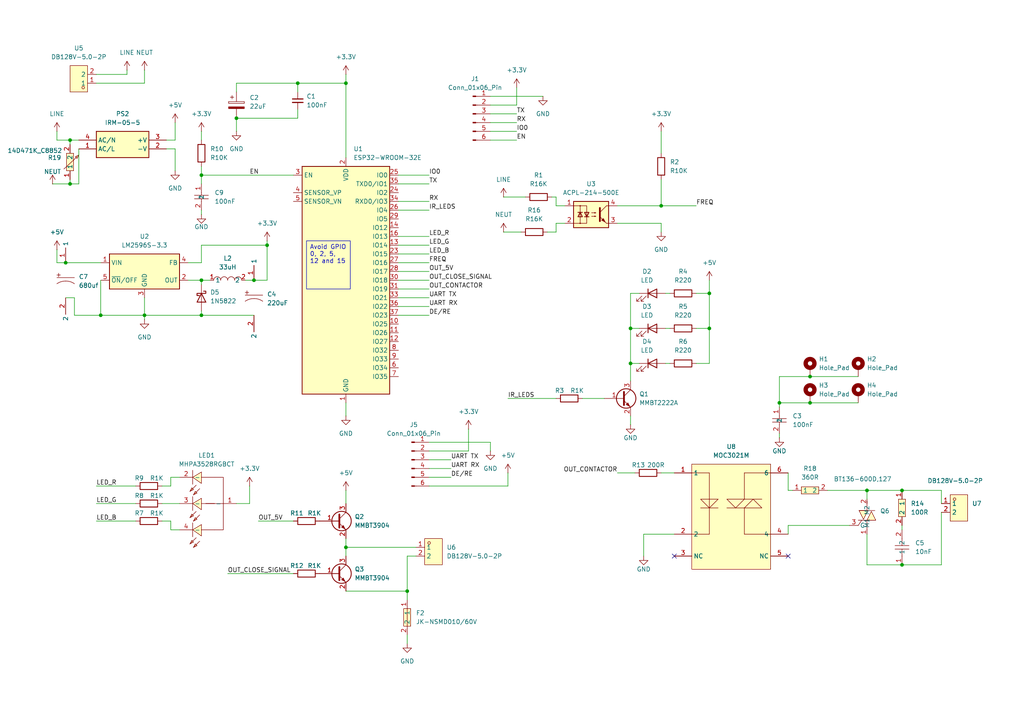
<source format=kicad_sch>
(kicad_sch (version 20231120) (generator "eeschema") (generator_version "8.0")
  (paper "A4")
  (junction (at 234.95 109.22))
  (junction (at 100.33 158.75))
  (junction (at 191.77 59.69))
  (junction (at 86.36 24.13))
  (junction (at 20.32 53.34))
  (junction (at 77.47 71.12))
  (junction (at 58.42 50.8))
  (junction (at 182.88 105.41))
  (junction (at 29.21 91.44))
  (junction (at 68.58 34.29))
  (junction (at 182.88 95.25))
  (junction (at 234.95 116.84))
  (junction (at 41.91 91.44))
  (junction (at 73.66 81.28))
  (junction (at 58.42 81.28))
  (junction (at 251.46 142.24))
  (junction (at 58.42 91.44))
  (junction (at 261.62 142.24))
  (junction (at 205.74 85.09))
  (junction (at 100.33 24.13))
  (junction (at 205.74 95.25))
  (junction (at 226.06 116.84))
  (junction (at 19.05 76.2))
  (junction (at 20.32 40.64))
  (junction (at 261.62 163.83))
  (junction (at 118.11 171.45))
  (no_connect (at 228.6 161.29))
  (no_connect (at 195.58 161.29))
  (wire (pts (xy 124.46 138.43) (xy 130.81 138.43)))
  (wire (pts (xy 52.07 138.43) (xy 49.53 138.43)))
  (wire (pts (xy 161.29 67.31) (xy 161.29 64.77)))
  (wire (pts (xy 273.05 148.59) (xy 273.05 163.83)))
  (wire (pts (xy 100.33 24.13) (xy 86.36 24.13)))
  (wire (pts (xy 115.57 71.12) (xy 124.46 71.12)))
  (wire (pts (xy 228.6 137.16) (xy 228.6 142.24)))
  (wire (pts (xy 182.88 85.09) (xy 182.88 95.25)))
  (wire (pts (xy 46.99 146.05) (xy 52.07 146.05)))
  (wire (pts (xy 179.07 59.69) (xy 191.77 59.69)))
  (wire (pts (xy 68.58 34.29) (xy 68.58 38.1)))
  (wire (pts (xy 46.99 151.13) (xy 49.53 151.13)))
  (wire (pts (xy 19.05 76.2) (xy 29.21 76.2)))
  (wire (pts (xy 205.74 95.25) (xy 205.74 105.41)))
  (wire (pts (xy 100.33 24.13) (xy 100.33 45.72)))
  (wire (pts (xy 100.33 158.75) (xy 100.33 161.29)))
  (wire (pts (xy 182.88 105.41) (xy 185.42 105.41)))
  (wire (pts (xy 41.91 86.36) (xy 41.91 91.44)))
  (wire (pts (xy 27.94 24.13) (xy 41.91 24.13)))
  (wire (pts (xy 142.24 128.27) (xy 142.24 130.81)))
  (wire (pts (xy 72.39 146.05) (xy 68.58 146.05)))
  (wire (pts (xy 86.36 24.13) (xy 86.36 26.67)))
  (wire (pts (xy 100.33 171.45) (xy 118.11 171.45)))
  (wire (pts (xy 124.46 128.27) (xy 142.24 128.27)))
  (wire (pts (xy 142.24 40.64) (xy 149.86 40.64)))
  (wire (pts (xy 201.93 95.25) (xy 205.74 95.25)))
  (wire (pts (xy 147.32 115.57) (xy 161.29 115.57)))
  (wire (pts (xy 205.74 105.41) (xy 201.93 105.41)))
  (wire (pts (xy 191.77 64.77) (xy 191.77 67.31)))
  (wire (pts (xy 72.39 140.97) (xy 72.39 146.05)))
  (wire (pts (xy 118.11 171.45) (xy 118.11 173.99)))
  (wire (pts (xy 251.46 163.83) (xy 261.62 163.83)))
  (wire (pts (xy 27.94 146.05) (xy 39.37 146.05)))
  (wire (pts (xy 115.57 83.82) (xy 124.46 83.82)))
  (wire (pts (xy 74.93 151.13) (xy 85.09 151.13)))
  (wire (pts (xy 58.42 48.26) (xy 58.42 50.8)))
  (wire (pts (xy 50.8 43.18) (xy 50.8 49.53)))
  (wire (pts (xy 29.21 91.44) (xy 41.91 91.44)))
  (wire (pts (xy 161.29 57.15) (xy 160.02 57.15)))
  (wire (pts (xy 185.42 85.09) (xy 182.88 85.09)))
  (wire (pts (xy 205.74 81.28) (xy 205.74 85.09)))
  (wire (pts (xy 58.42 50.8) (xy 58.42 53.34)))
  (wire (pts (xy 161.29 59.69) (xy 163.83 59.69)))
  (wire (pts (xy 115.57 81.28) (xy 124.46 81.28)))
  (wire (pts (xy 54.61 81.28) (xy 58.42 81.28)))
  (wire (pts (xy 261.62 142.24) (xy 273.05 142.24)))
  (wire (pts (xy 27.94 151.13) (xy 39.37 151.13)))
  (wire (pts (xy 186.69 154.94) (xy 186.69 161.29)))
  (wire (pts (xy 118.11 184.15) (xy 118.11 186.69)))
  (wire (pts (xy 20.32 52.07) (xy 20.32 53.34)))
  (wire (pts (xy 191.77 59.69) (xy 191.77 52.07)))
  (wire (pts (xy 146.05 67.31) (xy 151.13 67.31)))
  (wire (pts (xy 124.46 133.35) (xy 130.81 133.35)))
  (wire (pts (xy 66.04 166.37) (xy 85.09 166.37)))
  (wire (pts (xy 100.33 116.84) (xy 100.33 120.65)))
  (wire (pts (xy 273.05 146.05) (xy 273.05 142.24)))
  (wire (pts (xy 193.04 95.25) (xy 194.31 95.25)))
  (wire (pts (xy 201.93 85.09) (xy 205.74 85.09)))
  (wire (pts (xy 240.03 142.24) (xy 251.46 142.24)))
  (wire (pts (xy 228.6 152.4) (xy 228.6 154.94)))
  (wire (pts (xy 115.57 60.96) (xy 124.46 60.96)))
  (wire (pts (xy 115.57 73.66) (xy 124.46 73.66)))
  (wire (pts (xy 58.42 50.8) (xy 85.09 50.8)))
  (wire (pts (xy 226.06 109.22) (xy 226.06 116.84)))
  (wire (pts (xy 20.32 40.64) (xy 22.86 40.64)))
  (wire (pts (xy 142.24 30.48) (xy 149.86 30.48)))
  (wire (pts (xy 21.59 91.44) (xy 29.21 91.44)))
  (wire (pts (xy 124.46 140.97) (xy 147.32 140.97)))
  (wire (pts (xy 115.57 78.74) (xy 124.46 78.74)))
  (wire (pts (xy 58.42 91.44) (xy 41.91 91.44)))
  (wire (pts (xy 142.24 27.94) (xy 157.48 27.94)))
  (wire (pts (xy 58.42 82.55) (xy 58.42 81.28)))
  (wire (pts (xy 135.89 124.46) (xy 135.89 130.81)))
  (wire (pts (xy 118.11 161.29) (xy 118.11 171.45)))
  (wire (pts (xy 16.51 72.39) (xy 16.51 76.2)))
  (wire (pts (xy 27.94 140.97) (xy 39.37 140.97)))
  (wire (pts (xy 77.47 71.12) (xy 77.47 81.28)))
  (wire (pts (xy 100.33 158.75) (xy 120.65 158.75)))
  (wire (pts (xy 115.57 50.8) (xy 124.46 50.8)))
  (wire (pts (xy 149.86 30.48) (xy 149.86 25.4)))
  (wire (pts (xy 41.91 91.44) (xy 41.91 92.71)))
  (wire (pts (xy 21.59 86.36) (xy 21.59 91.44)))
  (wire (pts (xy 251.46 142.24) (xy 261.62 142.24)))
  (wire (pts (xy 100.33 156.21) (xy 100.33 158.75)))
  (wire (pts (xy 182.88 95.25) (xy 182.88 105.41)))
  (wire (pts (xy 50.8 40.64) (xy 50.8 35.56)))
  (wire (pts (xy 115.57 76.2) (xy 124.46 76.2)))
  (wire (pts (xy 168.91 115.57) (xy 175.26 115.57)))
  (wire (pts (xy 228.6 152.4) (xy 246.38 152.4)))
  (wire (pts (xy 182.88 95.25) (xy 185.42 95.25)))
  (wire (pts (xy 58.42 71.12) (xy 77.47 71.12)))
  (wire (pts (xy 58.42 90.17) (xy 58.42 91.44)))
  (wire (pts (xy 49.53 153.67) (xy 49.53 151.13)))
  (wire (pts (xy 152.4 57.15) (xy 146.05 57.15)))
  (wire (pts (xy 58.42 38.1) (xy 58.42 40.64)))
  (wire (pts (xy 58.42 81.28) (xy 60.96 81.28)))
  (wire (pts (xy 226.06 116.84) (xy 234.95 116.84)))
  (wire (pts (xy 261.62 163.83) (xy 273.05 163.83)))
  (wire (pts (xy 54.61 76.2) (xy 58.42 76.2)))
  (wire (pts (xy 115.57 86.36) (xy 124.46 86.36)))
  (wire (pts (xy 182.88 120.65) (xy 182.88 123.19)))
  (wire (pts (xy 41.91 20.32) (xy 41.91 24.13)))
  (wire (pts (xy 161.29 64.77) (xy 163.83 64.77)))
  (wire (pts (xy 77.47 69.85) (xy 77.47 71.12)))
  (wire (pts (xy 16.51 76.2) (xy 19.05 76.2)))
  (wire (pts (xy 115.57 58.42) (xy 124.46 58.42)))
  (wire (pts (xy 142.24 33.02) (xy 149.86 33.02)))
  (wire (pts (xy 68.58 24.13) (xy 86.36 24.13)))
  (wire (pts (xy 115.57 68.58) (xy 124.46 68.58)))
  (wire (pts (xy 124.46 135.89) (xy 130.81 135.89)))
  (wire (pts (xy 16.51 40.64) (xy 20.32 40.64)))
  (wire (pts (xy 124.46 130.81) (xy 135.89 130.81)))
  (wire (pts (xy 191.77 59.69) (xy 201.93 59.69)))
  (wire (pts (xy 191.77 137.16) (xy 195.58 137.16)))
  (wire (pts (xy 226.06 127) (xy 226.06 125.73)))
  (wire (pts (xy 115.57 91.44) (xy 124.46 91.44)))
  (wire (pts (xy 15.24 53.34) (xy 20.32 53.34)))
  (wire (pts (xy 20.32 40.64) (xy 20.32 41.91)))
  (wire (pts (xy 193.04 85.09) (xy 194.31 85.09)))
  (wire (pts (xy 73.66 91.44) (xy 58.42 91.44)))
  (wire (pts (xy 16.51 38.1) (xy 16.51 40.64)))
  (wire (pts (xy 20.32 53.34) (xy 22.86 53.34)))
  (wire (pts (xy 86.36 31.75) (xy 86.36 34.29)))
  (wire (pts (xy 48.26 43.18) (xy 50.8 43.18)))
  (wire (pts (xy 22.86 43.18) (xy 22.86 53.34)))
  (wire (pts (xy 193.04 105.41) (xy 194.31 105.41)))
  (wire (pts (xy 205.74 85.09) (xy 205.74 95.25)))
  (wire (pts (xy 251.46 142.24) (xy 251.46 144.78)))
  (wire (pts (xy 58.42 62.23) (xy 58.42 60.96)))
  (wire (pts (xy 73.66 81.28) (xy 77.47 81.28)))
  (wire (pts (xy 27.94 21.59) (xy 36.83 21.59)))
  (wire (pts (xy 115.57 88.9) (xy 124.46 88.9)))
  (wire (pts (xy 68.58 34.29) (xy 86.36 34.29)))
  (wire (pts (xy 142.24 38.1) (xy 149.86 38.1)))
  (wire (pts (xy 48.26 40.64) (xy 50.8 40.64)))
  (wire (pts (xy 36.83 20.32) (xy 36.83 21.59)))
  (wire (pts (xy 226.06 116.84) (xy 226.06 118.11)))
  (wire (pts (xy 179.07 64.77) (xy 191.77 64.77)))
  (wire (pts (xy 191.77 38.1) (xy 191.77 44.45)))
  (wire (pts (xy 142.24 35.56) (xy 149.86 35.56)))
  (wire (pts (xy 158.75 67.31) (xy 161.29 67.31)))
  (wire (pts (xy 29.21 81.28) (xy 29.21 91.44)))
  (wire (pts (xy 49.53 138.43) (xy 49.53 140.97)))
  (wire (pts (xy 100.33 142.24) (xy 100.33 146.05)))
  (wire (pts (xy 179.07 137.16) (xy 184.15 137.16)))
  (wire (pts (xy 234.95 116.84) (xy 248.92 116.84)))
  (wire (pts (xy 115.57 53.34) (xy 124.46 53.34)))
  (wire (pts (xy 161.29 57.15) (xy 161.29 59.69)))
  (wire (pts (xy 46.99 140.97) (xy 49.53 140.97)))
  (wire (pts (xy 147.32 137.16) (xy 147.32 140.97)))
  (wire (pts (xy 100.33 21.59) (xy 100.33 24.13)))
  (wire (pts (xy 261.62 152.4) (xy 261.62 153.67)))
  (wire (pts (xy 228.6 142.24) (xy 229.87 142.24)))
  (wire (pts (xy 234.95 109.22) (xy 248.92 109.22)))
  (wire (pts (xy 234.95 109.22) (xy 226.06 109.22)))
  (wire (pts (xy 71.12 81.28) (xy 73.66 81.28)))
  (wire (pts (xy 58.42 76.2) (xy 58.42 71.12)))
  (wire (pts (xy 195.58 154.94) (xy 186.69 154.94)))
  (wire (pts (xy 251.46 154.94) (xy 251.46 163.83)))
  (wire (pts (xy 182.88 105.41) (xy 182.88 110.49)))
  (wire (pts (xy 19.05 86.36) (xy 21.59 86.36)))
  (wire (pts (xy 118.11 161.29) (xy 120.65 161.29)))
  (wire (pts (xy 68.58 26.67) (xy 68.58 24.13)))
  (wire (pts (xy 52.07 153.67) (xy 49.53 153.67)))
  (text_box "Avoid GPIO 0, 2, 5, 12 and 15" (at 88.9 69.85 0) (size 12.7 13.97) (effects (font (size 1.27 1.27)) (justify left top)))
  (label "LED_G" (at 124.46 71.12 0))
  (label "OUT_CLOSE_SIGNAL" (at 66.04 166.37 0))
  (label "UART RX" (at 124.46 88.9 0))
  (label "UART RX" (at 130.81 135.89 0))
  (label "OUT_5V" (at 74.93 151.13 0))
  (label "TX" (at 149.86 33.02 0))
  (label "IR_LEDS" (at 124.46 60.96 0))
  (label "LED_R" (at 124.46 68.58 0))
  (label "UART TX" (at 124.46 86.36 0))
  (label "IR_LEDS" (at 147.32 115.57 0))
  (label "OUT_5V" (at 124.46 78.74 0))
  (label "LED_B" (at 124.46 73.66 0))
  (label "RX" (at 149.86 35.56 0))
  (label "EN" (at 149.86 40.64 0))
  (label "UART TX" (at 130.81 133.35 0))
  (label "TX" (at 124.46 53.34 0))
  (label "DE{slash}RE" (at 124.46 91.44 0))
  (label "LED_G" (at 27.94 146.05 0))
  (label "LED_R" (at 27.94 140.97 0))
  (label "OUT_CONTACTOR" (at 179.07 137.16 180))
  (label "DE{slash}RE" (at 130.81 138.43 0))
  (label "RX" (at 124.46 58.42 0))
  (label "FREQ" (at 201.93 59.69 0))
  (label "IO0" (at 149.86 38.1 0))
  (label "OUT_CONTACTOR" (at 124.46 83.82 0))
  (label "OUT_CLOSE_SIGNAL" (at 124.46 81.28 0))
  (label "IO0" (at 124.46 50.8 0))
  (label "EN" (at 72.39 50.8 0))
  (label "LED_B" (at 27.94 151.13 0))
  (label "FREQ" (at 124.46 76.2 0))
  (symbol (lib_id "Device:R") (at 198.12 85.09 90) (unit 1)
    (property "Reference" "R4" (at 198.12 78.74 90))
    (property "Value" "R220" (at 198.12 81.28 90))
    (property "Footprint" "Resistor_SMD:R_0402_1005Metric_Pad0.72x0.64mm_HandSolder" (effects (hide yes)))
    (property "Datasheet" "https://www.lcsc.com/product-detail/Chip-Resistor-Surface-Mount_UNI-ROYAL-Uniroyal-Elec-0402WGF2200TCE_C25091.html" (effects (hide yes)))
    (property "Description" "Resistor" (effects (hide yes)))
    (property "LCSC Part" " C25091" (effects (hide yes)))
  )
  (symbol (lib_id "easyeda2kicad:KF681M010F115A") (at 19.05 81.28 0) (unit 1)
    (property "Reference" "C7" (at 22.86 80.2639 0) (effects (justify left)))
    (property "Value" "680uf" (at 22.86 82.8039 0) (effects (justify left)))
    (property "Footprint" "easyeda2kicad:CAP-TH_BD8.0-P3.50-D0.6-FD" (effects (hide yes)))
    (property "Datasheet" "https://lcsc.com/product-detail/Aluminum-Electrolytic-Capacitors-Leaded_680uF-10V-Short-legsC3-6mm_C89787.html" (effects (hide yes)))
    (property "LCSC Part" "C89787" (effects (hide yes)))
  )
  (symbol (lib_id "easyeda2kicad:RDER73A103K2K1H03B") (at 261.62 158.75 90) (unit 1)
    (property "Reference" "C5" (at 265.43 157.4799 90) (effects (justify right)))
    (property "Value" "10nF" (at 265.43 160.0199 90) (effects (justify right)))
    (property "Footprint" "easyeda2kicad:CAP-TH_L5.5-W3.2-P5.00-D1.0" (effects (hide yes)))
    (property "Datasheet" "https://lcsc.com/product-detail/Ceramic-Disc-Capacitors_MuRata_RDER73A103K2K1H03B_10nF-103-10-1000V_C162686.html" (effects (hide yes)))
    (property "LCSC Part" "C162686" (effects (hide yes)))
  )
  (symbol (lib_id "power:GND") (at 142.24 130.81 0) (unit 1)
    (property "Reference" "#PWR027" (effects (hide yes)))
    (property "Value" "GND" (at 142.24 135.89 0))
    (property "Description" "Power symbol creates a global label with name \"GND\" , ground" (effects (hide yes)))
  )
  (symbol (lib_id "Device:LED") (at 189.23 105.41 0) (unit 1)
    (property "Reference" "D4" (at 187.6425 99.06 0))
    (property "Value" "LED" (at 187.6425 101.6 0))
    (property "Footprint" "LED_THT:LED_D5.0mm" (effects (hide yes)))
    (property "Datasheet" "https://www.lcsc.com/product-detail/Infrared-IR-LEDs_Everlight-Elec-IR333C-H0-L10_C72053.html" (effects (hide yes)))
    (property "Description" "Light emitting diode" (effects (hide yes)))
    (property "LCSC Part" " C72053" (effects (hide yes)))
  )
  (symbol (lib_id "Device:C_Small") (at 86.36 29.21 0) (unit 1)
    (property "Reference" "C1" (at 88.9 27.9462 0) (effects (justify left)))
    (property "Value" "100nF" (at 88.9 30.4862 0) (effects (justify left)))
    (property "Footprint" "Capacitor_SMD:C_0402_1005Metric_Pad0.74x0.62mm_HandSolder" (effects (hide yes)))
    (property "Description" "Unpolarized capacitor, small symbol" (effects (hide yes)))
    (property "LCSC Part" "C41851" (effects (hide yes)))
  )
  (symbol (lib_id "Device:R") (at 156.21 57.15 90) (unit 1)
    (property "Reference" "R1" (at 156.21 50.8 90))
    (property "Value" "R16K" (at 156.21 53.34 90))
    (property "Footprint" "Resistor_SMD:R_2512_6332Metric_Pad1.40x3.35mm_HandSolder" (effects (hide yes)))
    (property "Datasheet" "https://www.lcsc.com/product-detail/Chip-Resistor-Surface-Mount_UNI-ROYAL-Uniroyal-Elec-0402WGF1602TCE_C25759.html" (effects (hide yes)))
    (property "Description" "Resistor" (effects (hide yes)))
    (property "LCSC Part" " C25759" (effects (hide yes)))
  )
  (symbol (lib_id "power:GND") (at 50.8 49.53 0) (unit 1)
    (property "Reference" "#PWR07" (effects (hide yes)))
    (property "Value" "GND" (at 50.8 54.61 0))
    (property "Description" "Power symbol creates a global label with name \"GND\" , ground" (effects (hide yes)))
  )
  (symbol (lib_id "Mechanical:MountingHole_Pad") (at 234.95 114.3 0) (unit 1) (exclude_from_sim yes) (in_bom no)
    (property "Reference" "H3" (at 237.49 111.7599 0) (effects (justify left)))
    (property "Value" "Hole_Pad" (at 237.49 114.2999 0) (effects (justify left)))
    (property "Footprint" "MountingHole:MountingHole_3.2mm_M3_Pad_Via" (effects (hide yes)))
    (property "Description" "Mounting Hole with connection" (effects (hide yes)))
  )
  (symbol (lib_id "easyeda2kicad:MOC3021M") (at 212.09 146.05 0) (unit 1)
    (property "Reference" "U8" (at 212.09 129.54 0))
    (property "Value" "MOC3021M" (at 212.09 132.08 0))
    (property "Footprint" "easyeda2kicad:DIP-6_L7.3-W6.5-P2.54-LS7.6-BL" (effects (hide yes)))
    (property "Datasheet" "https://lcsc.com/product-detail/DIP-Optocouplers_FAIRCHILD_MOC3021M_MOC3021M_C5242.html" (effects (hide yes)))
    (property "LCSC Part" "C5242" (effects (hide yes)))
  )
  (symbol (lib_id "power:+5V") (at 100.33 142.24 0) (unit 1)
    (property "Reference" "#PWR025" (effects (hide yes)))
    (property "Value" "+5V" (at 100.33 137.16 0))
    (property "Description" "Power symbol creates a global label with name \"+5V\"" (effects (hide yes)))
  )
  (symbol (lib_id "Device:C_Polarized") (at 68.58 30.48 0) (unit 1)
    (property "Reference" "C2" (at 72.39 28.3209 0) (effects (justify left)))
    (property "Value" "22uF" (at 72.39 30.8609 0) (effects (justify left)))
    (property "Footprint" "Capacitor_SMD:C_1206_3216Metric_Pad1.33x1.80mm_HandSolder" (effects (hide yes)))
    (property "Datasheet" "https://www.lcsc.com/product-detail/Tantalum-Capacitors_Vishay-Intertech-TMCMA1C226MTRF_C1953590.html" (effects (hide yes)))
    (property "Description" "Polarized capacitor" (effects (hide yes)))
    (property "LCSC Part" "C1953590" (effects (hide yes)))
  )
  (symbol (lib_id "Device:LED") (at 189.23 95.25 0) (unit 1)
    (property "Reference" "D3" (at 187.6425 88.9 0))
    (property "Value" "LED" (at 187.6425 91.44 0))
    (property "Footprint" "LED_THT:LED_D5.0mm" (effects (hide yes)))
    (property "Datasheet" "https://www.lcsc.com/product-detail/Infrared-IR-LEDs_onsemi-QED223A4R0_C900118.html" (effects (hide yes)))
    (property "Description" "Light emitting diode" (effects (hide yes)))
    (property "LCSC Part" " C900118" (effects (hide yes)))
  )
  (symbol (lib_id "easyeda2kicad:BT136-600D,127") (at 250.19 149.86 270) (unit 1)
    (property "Reference" "Q6" (at 255.27 148.2099 90) (effects (justify left)))
    (property "Value" "BT136-600D,127" (at 241.808 138.938 90) (effects (justify left)))
    (property "Footprint" "easyeda2kicad:TO-220-3_L10.0-W4.5-P2.54-T" (effects (hide yes)))
    (property "Datasheet" "https://lcsc.com/product-detail/Thyristors-TRIACs_BT136-600D-127_C130426.html" (effects (hide yes)))
    (property "LCSC Part" "C130426" (effects (hide yes)))
  )
  (symbol (lib_id "power:GND") (at 226.06 127 0) (unit 1)
    (property "Reference" "#PWR030" (effects (hide yes)))
    (property "Value" "GND" (at 226.06 130.81 0))
    (property "Description" "Power symbol creates a global label with name \"GND\" , ground" (effects (hide yes)))
  )
  (symbol (lib_id "power:GND") (at 186.69 161.29 0) (unit 1)
    (property "Reference" "#PWR026" (effects (hide yes)))
    (property "Value" "GND" (at 186.69 165.1 0))
    (property "Description" "Power symbol creates a global label with name \"GND\" , ground" (effects (hide yes)))
  )
  (symbol (lib_id "power:+3.3V") (at 72.39 140.97 0) (unit 1)
    (property "Reference" "#PWR022" (effects (hide yes)))
    (property "Value" "+3.3V" (at 72.39 135.89 0))
    (property "Description" "Power symbol creates a global label with name \"+3.3V\"" (effects (hide yes)))
  )
  (symbol (lib_id "power:GND") (at 41.91 92.71 0) (unit 1)
    (property "Reference" "#PWR06" (effects (hide yes)))
    (property "Value" "GND" (at 41.91 97.79 0))
    (property "Description" "Power symbol creates a global label with name \"GND\" , ground" (effects (hide yes)))
  )
  (symbol (lib_id "easyeda2kicad:MF1W-100Ω±1%T") (at 234.95 142.24 0) (unit 1)
    (property "Reference" "R18" (at 234.95 135.89 0))
    (property "Value" "360R" (at 234.95 138.43 0))
    (property "Footprint" "Resistor_THT:R_Axial_DIN0309_L9.0mm_D3.2mm_P15.24mm_Horizontal" (effects (hide yes)))
    (property "Datasheet" "https://www.lcsc.com/product-detail/Through-Hole-Resistors_UNI-ROYAL-Uniroyal-Elec-CFR01SJ0361A10_C70839.html" (effects (hide yes)))
    (property "LCSC Part" " C70839" (effects (hide yes)))
  )
  (symbol (lib_id "power:NEUT") (at 41.91 20.32 0) (unit 1)
    (property "Reference" "#PWR021" (effects (hide yes)))
    (property "Value" "NEUT" (at 41.91 15.24 0))
    (property "Description" "Power symbol creates a global label with name \"NEUT\"" (effects (hide yes)))
  )
  (symbol (lib_id "power:GND") (at 191.77 67.31 0) (unit 1)
    (property "Reference" "#PWR015" (effects (hide yes)))
    (property "Value" "GND" (at 191.77 72.39 0))
    (property "Description" "Power symbol creates a global label with name \"GND\" , ground" (effects (hide yes)))
  )
  (symbol (lib_id "power:+3.3V") (at 191.77 38.1 0) (unit 1)
    (property "Reference" "#PWR014" (effects (hide yes)))
    (property "Value" "+3.3V" (at 191.77 33.02 0))
    (property "Description" "Power symbol creates a global label with name \"+3.3V\"" (effects (hide yes)))
  )
  (symbol (lib_id "easyeda2kicad:KF1A221ME050A00CE016") (at 73.66 86.36 0) (unit 1)
    (property "Reference" "C4" (at 77.47 85.3439 0) (effects (justify left)))
    (property "Value" "220uF" (at 77.47 87.8839 0) (effects (justify left)))
    (property "Footprint" "easyeda2kicad:CAP-TH_BD6.3-P2.50-D1.0-FD" (effects (hide yes)))
    (property "Datasheet" "https://lcsc.com/product-detail/Others_Changzhou-Huawei-Elec-KF1A221ME050A00CE016_C271305.html" (effects (hide yes)))
    (property "LCSC Part" "C271305" (effects (hide yes)))
  )
  (symbol (lib_id "Device:R") (at 191.77 48.26 0) (unit 1)
    (property "Reference" "R2" (at 194.31 46.9899 0) (effects (justify left)))
    (property "Value" "R10K" (at 194.31 49.5299 0) (effects (justify left)))
    (property "Footprint" "Resistor_SMD:R_0402_1005Metric_Pad0.72x0.64mm_HandSolder" (effects (hide yes)))
    (property "Datasheet" "https://www.lcsc.com/product-detail/Chip-Resistor-Surface-Mount_YAGEO-RT0402BRD0710KL_C190095.html" (effects (hide yes)))
    (property "Description" "Resistor" (effects (hide yes)))
    (property "LCSC Part" "C190095" (effects (hide yes)))
  )
  (symbol (lib_id "power:GND") (at 58.42 62.23 0) (unit 1)
    (property "Reference" "#PWR018" (effects (hide yes)))
    (property "Value" "GND" (at 58.42 65.786 0))
    (property "Description" "Power symbol creates a global label with name \"GND\" , ground" (effects (hide yes)))
  )
  (symbol (lib_id "easyeda2kicad:DB128V-5.0-2P") (at 22.86 22.86 180) (unit 1)
    (property "Reference" "U5" (at 22.86 13.97 0))
    (property "Value" "DB128V-5.0-2P" (at 22.86 16.51 0))
    (property "Footprint" "easyeda2kicad:CONN-TH_2P-P5.00_DB128V-5.0-2P" (effects (hide yes)))
    (property "Datasheet" "https://lcsc.com/product-detail/Screw-terminal_DIBO-DB128V-5-0-2P_C395860.html" (effects (hide yes)))
    (property "LCSC Part" "C395860" (effects (hide yes)))
  )
  (symbol (lib_id "power:LINE") (at 146.05 57.15 0) (unit 1)
    (property "Reference" "#PWR012" (effects (hide yes)))
    (property "Value" "LINE" (at 146.05 52.07 0))
    (property "Description" "Power symbol creates a global label with name \"LINE\"" (effects (hide yes)))
  )
  (symbol (lib_id "Device:R") (at 187.96 137.16 90) (unit 1)
    (property "Reference" "R13" (at 185.166 134.874 90))
    (property "Value" "200R" (at 190.246 134.874 90))
    (property "Footprint" "Resistor_SMD:R_0402_1005Metric_Pad0.72x0.64mm_HandSolder" (effects (hide yes)))
    (property "Datasheet" "https://www.lcsc.com/product-detail/Chip-Resistor-Surface-Mount_UNI-ROYAL-Uniroyal-Elec-0402WGF2000TCE_C25087.html" (effects (hide yes)))
    (property "Description" "Resistor" (effects (hide yes)))
    (property "LCSC Part" " C25087" (effects (hide yes)))
  )
  (symbol (lib_id "power:GND") (at 157.48 27.94 0) (unit 1)
    (property "Reference" "#PWR023" (effects (hide yes)))
    (property "Value" "GND" (at 157.48 33.02 0))
    (property "Description" "Power symbol creates a global label with name \"GND\" , ground" (effects (hide yes)))
  )
  (symbol (lib_id "easyeda2kicad:0402B104K160NT") (at 226.06 121.92 270) (unit 1)
    (property "Reference" "C3" (at 229.87 120.6499 90) (effects (justify left)))
    (property "Value" "100nF" (at 229.87 123.1899 90) (effects (justify left)))
    (property "Footprint" "easyeda2kicad:C0402" (effects (hide yes)))
    (property "Datasheet" "https://lcsc.com/product-detail/Multilayer-Ceramic-Capacitors-MLCC-SMD-SMT_100nF-104-10-16V_C41851.html" (effects (hide yes)))
    (property "LCSC Part" "C41851" (effects (hide yes)))
  )
  (symbol (lib_id "Device:R") (at 165.1 115.57 90) (unit 1)
    (property "Reference" "R3" (at 162.306 113.284 90))
    (property "Value" "R1K" (at 167.386 113.284 90))
    (property "Footprint" "Resistor_SMD:R_0402_1005Metric_Pad0.72x0.64mm_HandSolder" (effects (hide yes)))
    (property "Datasheet" "https://www.lcsc.com/product-detail/Chip-Resistor-Surface-Mount_Viking-Tech-ARG02BTC1001_C2984405.html" (effects (hide yes)))
    (property "Description" "Resistor" (effects (hide yes)))
    (property "LCSC Part" "C2984405" (effects (hide yes)))
  )
  (symbol (lib_id "power:NEUT") (at 146.05 67.31 0) (unit 1)
    (property "Reference" "#PWR013" (effects (hide yes)))
    (property "Value" "NEUT" (at 146.05 62.23 0))
    (property "Description" "Power symbol creates a global label with name \"NEUT\"" (effects (hide yes)))
  )
  (symbol (lib_id "easyeda2kicad:MF1W-100Ω±1%T") (at 261.62 147.32 270) (unit 1)
    (property "Reference" "R14" (at 264.16 146.0499 90) (effects (justify left)))
    (property "Value" "100R" (at 264.16 148.5899 90) (effects (justify left)))
    (property "Footprint" "Resistor_THT:R_Axial_DIN0309_L9.0mm_D3.2mm_P15.24mm_Horizontal" (effects (hide yes)))
    (property "Datasheet" "https://lcsc.com/product-detail/Metal-Film-Resistor-TH_100R-1000-1_C119469.html" (effects (hide yes)))
    (property "LCSC Part" "C119469" (effects (hide yes)))
  )
  (symbol (lib_id "power:+5V") (at 16.51 72.39 0) (unit 1)
    (property "Reference" "#PWR08" (effects (hide yes)))
    (property "Value" "+5V" (at 16.51 67.31 0))
    (property "Description" "Power symbol creates a global label with name \"+5V\"" (effects (hide yes)))
  )
  (symbol (lib_id "power:LINE") (at 36.83 20.32 0) (unit 1)
    (property "Reference" "#PWR020" (effects (hide yes)))
    (property "Value" "LINE" (at 36.83 15.24 0))
    (property "Description" "Power symbol creates a global label with name \"LINE\"" (effects (hide yes)))
  )
  (symbol (lib_id "Connector:Conn_01x06_Pin") (at 137.16 33.02 0) (unit 1)
    (property "Reference" "J1" (at 137.795 22.86 0))
    (property "Value" "Conn_01x06_Pin" (at 137.795 25.4 0))
    (property "Footprint" "Connector_PinSocket_2.54mm:PinSocket_1x06_P2.54mm_Vertical" (effects (hide yes)))
    (property "Datasheet" "https://www.lcsc.com/product-detail/Female-Headers_BOOMELE-Boom-Precision-Elec-2-54-1-6P_C40877.html" (effects (hide yes)))
    (property "Description" "Generic connector, single row, 01x06, script generated" (effects (hide yes)))
    (property "LCSC Part" "C40877" (effects (hide yes)))
  )
  (symbol (lib_id "easyeda2kicad:MDA7050-330M") (at 66.04 81.28 0) (unit 1)
    (property "Reference" "L2" (at 66.04 74.93 0))
    (property "Value" "33uH" (at 66.04 77.47 0))
    (property "Footprint" "easyeda2kicad:IND-SMD_L7.3-W6.6" (effects (hide yes)))
    (property "Datasheet" "https://www.lcsc.com/product-detail/Inductors-SMD_KOHERelec-MDA7050-330M_C2847546.html" (effects (hide yes)))
    (property "LCSC Part" "C2847546" (effects (hide yes)))
  )
  (symbol (lib_id "Regulator_Switching:LM2596S-3.3") (at 41.91 78.74 0) (unit 1)
    (property "Reference" "U2" (at 41.91 68.58 0))
    (property "Value" "LM2596S-3.3" (at 41.91 71.12 0))
    (property "Footprint" "Package_TO_SOT_SMD:TO-263-5_TabPin3" (effects (hide yes)))
    (property "Datasheet" "https://www.lcsc.com/product-detail/Voltage-Regulators-DC-DC-Switching-Regulators_UMW-Youtai-Semiconductor-Co-Ltd-LM2596S-3-3_C347420.html" (effects (hide yes)))
    (property "Description" "3.3V 3A Step-Down Voltage Regulator, TO-263" (effects (hide yes)))
    (property "LCSC Part" " C347420" (effects (hide yes)))
  )
  (symbol (lib_id "Transistor_BJT:MMBT3904") (at 97.79 151.13 0) (unit 1)
    (property "Reference" "Q2" (at 102.87 149.8599 0) (effects (justify left)))
    (property "Value" "MMBT3904" (at 102.87 152.3999 0) (effects (justify left)))
    (property "Footprint" "Package_TO_SOT_SMD:SOT-23" (effects (hide yes)))
    (property "Datasheet" "https://www.onsemi.com/pdf/datasheet/pzt3904-d.pdf" (effects (hide yes)))
    (property "Description" "0.2A Ic, 40V Vce, Small Signal NPN Transistor, SOT-23" (effects (hide yes)))
    (property "LCSC Part" " C181119" (effects (hide yes)))
  )
  (symbol (lib_id "IRM-05-5:IRM-05-5") (at 22.86 40.64 0) (unit 1)
    (property "Reference" "PS2" (at 35.56 33.02 0))
    (property "Value" "IRM-05-5" (at 35.56 35.56 0))
    (property "Footprint" "IRM055" (effects (hide yes)))
    (property "Datasheet" "https://www.mouser.fr/datasheet/2/260/r1936_3-1109422.pdf" (effects (hide yes)))
    (property "Description" "5W Single Output Encapsulated Type" (effects (hide yes)))
    (property "Height" "21.5" (effects (hide yes)))
    (property "Manufacturer_Name" "Mean Well" (effects (hide yes)))
    (property "Manufacturer_Part_Number" "IRM-05-5" (effects (hide yes)))
    (property "Mouser Part Number" "709-IRM05-5" (effects (hide yes)))
    (property "Mouser Price/Stock" "https://www.mouser.co.uk/ProductDetail/MEAN-WELL/IRM-05-5?qs=WkdRfq4wf1OdYoHS8Am9VA%3D%3D" (effects (hide yes)))
    (property "Arrow Part Number" "IRM-05-5" (effects (hide yes)))
    (property "Arrow Price/Stock" "https://www.arrow.com/en/products/irm-05-5/mean-well-enterprises?region=europe" (effects (hide yes)))
  )
  (symbol (lib_id "Mechanical:MountingHole_Pad") (at 248.92 106.68 0) (unit 1) (exclude_from_sim yes) (in_bom no)
    (property "Reference" "H2" (at 251.46 104.1399 0) (effects (justify left)))
    (property "Value" "Hole_Pad" (at 251.46 106.6799 0) (effects (justify left)))
    (property "Footprint" "MountingHole:MountingHole_3.2mm_M3_Pad_Via" (effects (hide yes)))
    (property "Description" "Mounting Hole with connection" (effects (hide yes)))
  )
  (symbol (lib_id "Device:R") (at 43.18 140.97 90) (unit 1)
    (property "Reference" "R9" (at 40.386 138.684 90))
    (property "Value" "R1K" (at 45.466 138.684 90))
    (property "Footprint" "Resistor_SMD:R_0402_1005Metric_Pad0.72x0.64mm_HandSolder" (effects (hide yes)))
    (property "Datasheet" "https://www.lcsc.com/product-detail/Chip-Resistor-Surface-Mount_Viking-Tech-ARG02BTC1001_C2984405.html" (effects (hide yes)))
    (property "Description" "Resistor" (effects (hide yes)))
    (property "LCSC Part" "C2984405" (effects (hide yes)))
  )
  (symbol (lib_id "Isolator:ACPL-214-500E") (at 171.45 62.23 0) (unit 1)
    (property "Reference" "U3" (at 171.45 53.34 0))
    (property "Value" "ACPL-214-500E" (at 171.45 55.88 0))
    (property "Footprint" "Package_SO:SOP-4_4.4x2.6mm_P1.27mm" (effects (hide yes)))
    (property "Datasheet" "https://docs.broadcom.com/doc/AV02-0469EN" (effects (hide yes)))
    (property "Description" "AC/DC Phototransistor Optocoupler, Vce 80V, CTR 20-400%, SOP-4" (effects (hide yes)))
    (property "LCSC Part" "C5361360" (effects (hide yes)))
  )
  (symbol (lib_id "power:LINE") (at 16.51 38.1 0) (unit 1)
    (property "Reference" "#PWR010" (effects (hide yes)))
    (property "Value" "LINE" (at 16.51 33.02 0))
    (property "Description" "Power symbol creates a global label with name \"LINE\"" (effects (hide yes)))
  )
  (symbol (lib_id "power:+3.3V") (at 77.47 69.85 0) (unit 1)
    (property "Reference" "#PWR01" (effects (hide yes)))
    (property "Value" "+3.3V" (at 77.47 64.77 0))
    (property "Description" "Power symbol creates a global label with name \"+3.3V\"" (effects (hide yes)))
  )
  (symbol (lib_id "power:+5V") (at 205.74 81.28 0) (unit 1)
    (property "Reference" "#PWR017" (effects (hide yes)))
    (property "Value" "+5V" (at 205.74 76.2 0))
    (property "Description" "Power symbol creates a global label with name \"+5V\"" (effects (hide yes)))
  )
  (symbol (lib_id "Device:R") (at 88.9 151.13 90) (unit 1)
    (property "Reference" "R11" (at 86.106 148.844 90))
    (property "Value" "R1K" (at 91.186 148.844 90))
    (property "Footprint" "Resistor_SMD:R_0402_1005Metric_Pad0.72x0.64mm_HandSolder" (effects (hide yes)))
    (property "Datasheet" "https://www.lcsc.com/product-detail/Chip-Resistor-Surface-Mount_Viking-Tech-ARG02BTC1001_C2984405.html" (effects (hide yes)))
    (property "Description" "Resistor" (effects (hide yes)))
    (property "LCSC Part" "C2984405" (effects (hide yes)))
  )
  (symbol (lib_id "Device:R") (at 58.42 44.45 0) (unit 1)
    (property "Reference" "R10" (at 60.96 43.1799 0) (effects (justify left)))
    (property "Value" "R10K" (at 60.96 45.7199 0) (effects (justify left)))
    (property "Footprint" "Resistor_SMD:R_0402_1005Metric_Pad0.72x0.64mm_HandSolder" (effects (hide yes)))
    (property "Datasheet" "https://www.lcsc.com/product-detail/Chip-Resistor-Surface-Mount_YAGEO-RT0402BRD0710KL_C190095.html" (effects (hide yes)))
    (property "Description" "Resistor" (effects (hide yes)))
    (property "LCSC Part" "C190095" (effects (hide yes)))
  )
  (symbol (lib_id "RF_Module:ESP32-WROOM-32E") (at 100.33 81.28 0) (unit 1)
    (property "Reference" "U1" (at 102.5241 43.18 0) (effects (justify left)))
    (property "Value" "ESP32-WROOM-32E" (at 102.5241 45.72 0) (effects (justify left)))
    (property "Footprint" "RF_Module:ESP32-WROOM-32D" (effects (hide yes)))
    (property "Datasheet" "https://www.espressif.com/sites/default/files/documentation/esp32-wroom-32e_esp32-wroom-32ue_datasheet_en.pdf" (effects (hide yes)))
    (property "Description" "RF Module, ESP32-D0WD-V3 SoC, without PSRAM, Wi-Fi 802.11b/g/n, Bluetooth, BLE, 32-bit, 2.7-3.6V, onboard antenna, SMD" (effects (hide yes)))
    (property "LCSC Part" "C701342" (effects (hide yes)))
  )
  (symbol (lib_id "power:GND") (at 182.88 123.19 0) (unit 1)
    (property "Reference" "#PWR016" (effects (hide yes)))
    (property "Value" "GND" (at 182.88 127 0))
    (property "Description" "Power symbol creates a global label with name \"GND\" , ground" (effects (hide yes)))
  )
  (symbol (lib_id "Diode:1N5822") (at 58.42 86.36 270) (unit 1)
    (property "Reference" "D5" (at 60.96 84.7724 90) (effects (justify left)))
    (property "Value" "1N5822" (at 60.96 87.3124 90) (effects (justify left)))
    (property "Footprint" "Diode_THT:D_DO-201AD_P15.24mm_Horizontal" (effects (hide yes)))
    (property "Datasheet" "https://www.lcsc.com/product-detail/Schottky-Diodes_MDD-Microdiode-Semiconductor-1N5822_C2476.html" (effects (hide yes)))
    (property "Description" "40V 3A Schottky Barrier Rectifier Diode, DO-201AD" (effects (hide yes)))
    (property "LCSC Part" " C2476" (effects (hide yes)))
  )
  (symbol (lib_id "Device:R") (at 43.18 151.13 90) (unit 1)
    (property "Reference" "R7" (at 40.386 148.844 90))
    (property "Value" "R1K" (at 45.466 148.844 90))
    (property "Footprint" "Resistor_SMD:R_0402_1005Metric_Pad0.72x0.64mm_HandSolder" (effects (hide yes)))
    (property "Datasheet" "https://www.lcsc.com/product-detail/Chip-Resistor-Surface-Mount_Viking-Tech-ARG02BTC1001_C2984405.html" (effects (hide yes)))
    (property "Description" "Resistor" (effects (hide yes)))
    (property "LCSC Part" "C2984405" (effects (hide yes)))
  )
  (symbol (lib_id "power:+3.3V") (at 100.33 21.59 0) (unit 1)
    (property "Reference" "#PWR04" (effects (hide yes)))
    (property "Value" "+3.3V" (at 100.33 16.51 0))
    (property "Description" "Power symbol creates a global label with name \"+3.3V\"" (effects (hide yes)))
  )
  (symbol (lib_id "power:+3.3V") (at 58.42 38.1 0) (unit 1)
    (property "Reference" "#PWR019" (effects (hide yes)))
    (property "Value" "+3.3V" (at 58.42 33.02 0))
    (property "Description" "Power symbol creates a global label with name \"+3.3V\"" (effects (hide yes)))
  )
  (symbol (lib_id "power:GND") (at 68.58 38.1 0) (unit 1)
    (property "Reference" "#PWR05" (effects (hide yes)))
    (property "Value" "GND" (at 68.58 43.18 0))
    (property "Description" "Power symbol creates a global label with name \"GND\" , ground" (effects (hide yes)))
  )
  (symbol (lib_id "easyeda2kicad:14D471K_C8852") (at 20.32 46.99 270) (mirror x) (unit 1)
    (property "Reference" "R19" (at 17.78 45.7199 90) (effects (justify right)))
    (property "Value" "14D471K_C8852" (at 18.034 43.688 90) (effects (justify right)))
    (property "Footprint" "easyeda2kicad:RES-TH_L16.5-W5.9-P7.50-D0.8-S3.00" (effects (hide yes)))
    (property "Datasheet" "https://lcsc.com/product-detail/Varistors_14D471K_C8852.html" (effects (hide yes)))
    (property "LCSC Part" "C8852" (effects (hide yes)))
  )
  (symbol (lib_id "power:NEUT") (at 15.24 53.34 0) (unit 1)
    (property "Reference" "#PWR011" (effects (hide yes)))
    (property "Value" "NEUT" (at 15.24 49.784 0))
    (property "Description" "Power symbol creates a global label with name \"NEUT\"" (effects (hide yes)))
  )
  (symbol (lib_id "easyeda2kicad:0402B104K160NT") (at 58.42 57.15 270) (unit 1)
    (property "Reference" "C9" (at 62.23 55.8799 90) (effects (justify left)))
    (property "Value" "100nF" (at 62.23 58.4199 90) (effects (justify left)))
    (property "Footprint" "easyeda2kicad:C0402" (effects (hide yes)))
    (property "Datasheet" "https://lcsc.com/product-detail/Multilayer-Ceramic-Capacitors-MLCC-SMD-SMT_100nF-104-10-16V_C41851.html" (effects (hide yes)))
    (property "LCSC Part" "C41851" (effects (hide yes)))
  )
  (symbol (lib_id "power:GND") (at 118.11 186.69 0) (unit 1)
    (property "Reference" "#PWR09" (effects (hide yes)))
    (property "Value" "GND" (at 118.11 191.77 0))
    (property "Description" "Power symbol creates a global label with name \"GND\" , ground" (effects (hide yes)))
  )
  (symbol (lib_id "power:+5V") (at 147.32 137.16 0) (unit 1)
    (property "Reference" "#PWR029" (effects (hide yes)))
    (property "Value" "+5V" (at 147.32 132.08 0))
    (property "Description" "Power symbol creates a global label with name \"+5V\"" (effects (hide yes)))
  )
  (symbol (lib_id "Connector:Conn_01x06_Pin") (at 119.38 133.35 0) (unit 1)
    (property "Reference" "J5" (at 120.015 123.19 0))
    (property "Value" "Conn_01x06_Pin" (at 120.015 125.73 0))
    (property "Footprint" "Connector_PinSocket_2.54mm:PinSocket_1x06_P2.54mm_Vertical" (effects (hide yes)))
    (property "Datasheet" "https://www.lcsc.com/product-detail/Female-Headers_BOOMELE-Boom-Precision-Elec-2-54-1-6P_C40877.html" (effects (hide yes)))
    (property "Description" "Generic connector, single row, 01x06, script generated" (effects (hide yes)))
    (property "LCSC Part" "C40877" (effects (hide yes)))
  )
  (symbol (lib_id "power:+3.3V") (at 135.89 124.46 0) (unit 1)
    (property "Reference" "#PWR028" (effects (hide yes)))
    (property "Value" "+3.3V" (at 135.89 119.38 0))
    (property "Description" "Power symbol creates a global label with name \"+3.3V\"" (effects (hide yes)))
  )
  (symbol (lib_id "Transistor_BJT:MMBT2222A") (at 180.34 115.57 0) (unit 1)
    (property "Reference" "Q1" (at 185.42 114.2999 0) (effects (justify left)))
    (property "Value" "MMBT2222A" (at 185.42 116.8399 0) (effects (justify left)))
    (property "Footprint" "Package_TO_SOT_SMD:SOT-23" (effects (hide yes)))
    (property "Datasheet" "https://assets.nexperia.com/documents/data-sheet/MMBT2222A.pdf" (effects (hide yes)))
    (property "Description" "600mA Ic, 40V Vce, NPN Transistor, SOT-23" (effects (hide yes)))
    (property "LCSC Part" " C916372" (effects (hide yes)))
  )
  (symbol (lib_id "power:+3.3V") (at 149.86 25.4 0) (unit 1)
    (property "Reference" "#PWR024" (effects (hide yes)))
    (property "Value" "+3.3V" (at 149.86 20.32 0))
    (property "Description" "Power symbol creates a global label with name \"+3.3V\"" (effects (hide yes)))
  )
  (symbol (lib_id "Device:R") (at 198.12 105.41 90) (unit 1)
    (property "Reference" "R6" (at 198.12 99.06 90))
    (property "Value" "R220" (at 198.12 101.6 90))
    (property "Footprint" "Resistor_SMD:R_0402_1005Metric_Pad0.72x0.64mm_HandSolder" (effects (hide yes)))
    (property "Datasheet" "https://www.lcsc.com/product-detail/Chip-Resistor-Surface-Mount_UNI-ROYAL-Uniroyal-Elec-0402WGF2200TCE_C25091.html" (effects (hide yes)))
    (property "Description" "Resistor" (effects (hide yes)))
    (property "LCSC Part" " C25091" (effects (hide yes)))
  )
  (symbol (lib_id "easyeda2kicad:DB128V-5.0-2P") (at 278.13 147.32 0) (unit 1)
    (property "Reference" "U7" (at 281.94 146.0499 0) (effects (justify left)))
    (property "Value" "DB128V-5.0-2P" (at 268.986 139.446 0) (effects (justify left)))
    (property "Footprint" "easyeda2kicad:CONN-TH_2P-P5.00_DB128V-5.0-2P" (effects (hide yes)))
    (property "Datasheet" "https://lcsc.com/product-detail/Screw-terminal_DIBO-DB128V-5-0-2P_C395860.html" (effects (hide yes)))
    (property "LCSC Part" "C395860" (effects (hide yes)))
  )
  (symbol (lib_id "Device:LED") (at 189.23 85.09 0) (unit 1)
    (property "Reference" "D2" (at 187.6425 78.74 0))
    (property "Value" "LED" (at 187.6425 81.28 0))
    (property "Footprint" "LED_THT:LED_D5.0mm" (effects (hide yes)))
    (property "Datasheet" "https://www.lcsc.com/product-detail/Infrared-IR-LEDs_MEIHUA-MHL512IR048CRT_C405268.html" (effects (hide yes)))
    (property "Description" "Light emitting diode" (effects (hide yes)))
    (property "LCSC Part" " C405268" (effects (hide yes)))
  )
  (symbol (lib_id "power:+5V") (at 50.8 35.56 0) (unit 1)
    (property "Reference" "#PWR02" (effects (hide yes)))
    (property "Value" "+5V" (at 50.8 30.48 0))
    (property "Description" "Power symbol creates a global label with name \"+5V\"" (effects (hide yes)))
  )
  (symbol (lib_id "Device:R") (at 88.9 166.37 90) (unit 1)
    (property "Reference" "R12" (at 86.106 164.084 90))
    (property "Value" "R1K" (at 91.186 164.084 90))
    (property "Footprint" "Resistor_SMD:R_0402_1005Metric_Pad0.72x0.64mm_HandSolder" (effects (hide yes)))
    (property "Datasheet" "https://www.lcsc.com/product-detail/Chip-Resistor-Surface-Mount_Viking-Tech-ARG02BTC1001_C2984405.html" (effects (hide yes)))
    (property "Description" "Resistor" (effects (hide yes)))
    (property "LCSC Part" "C2984405" (effects (hide yes)))
  )
  (symbol (lib_id "Device:R") (at 154.94 67.31 90) (unit 1)
    (property "Reference" "R16" (at 154.94 60.96 90))
    (property "Value" "R16K" (at 154.94 63.5 90))
    (property "Footprint" "Resistor_SMD:R_2512_6332Metric_Pad1.40x3.35mm_HandSolder" (effects (hide yes)))
    (property "Datasheet" "https://www.lcsc.com/product-detail/Chip-Resistor-Surface-Mount_UNI-ROYAL-Uniroyal-Elec-0402WGF1602TCE_C25759.html" (effects (hide yes)))
    (property "Description" "Resistor" (effects (hide yes)))
    (property "LCSC Part" " C25759" (effects (hide yes)))
  )
  (symbol (lib_id "Mechanical:MountingHole_Pad") (at 234.95 106.68 0) (unit 1) (exclude_from_sim yes) (in_bom no)
    (property "Reference" "H1" (at 237.49 104.1399 0) (effects (justify left)))
    (property "Value" "Hole_Pad" (at 237.49 106.6799 0) (effects (justify left)))
    (property "Footprint" "MountingHole:MountingHole_3.2mm_M3_Pad_Via" (effects (hide yes)))
    (property "Description" "Mounting Hole with connection" (effects (hide yes)))
  )
  (symbol (lib_id "Device:R") (at 43.18 146.05 90) (unit 1)
    (property "Reference" "R8" (at 40.386 143.764 90))
    (property "Value" "R1K" (at 45.466 143.764 90))
    (property "Footprint" "Resistor_SMD:R_0402_1005Metric_Pad0.72x0.64mm_HandSolder" (effects (hide yes)))
    (property "Datasheet" "https://www.lcsc.com/product-detail/Chip-Resistor-Surface-Mount_Viking-Tech-ARG02BTC1001_C2984405.html" (effects (hide yes)))
    (property "Description" "Resistor" (effects (hide yes)))
    (property "LCSC Part" "C2984405" (effects (hide yes)))
  )
  (symbol (lib_id "easyeda2kicad:DB128V-5.0-2P") (at 125.73 160.02 0) (unit 1)
    (property "Reference" "U6" (at 129.54 158.7499 0) (effects (justify left)))
    (property "Value" "DB128V-5.0-2P" (at 129.54 161.2899 0) (effects (justify left)))
    (property "Footprint" "easyeda2kicad:CONN-TH_2P-P5.00_DB128V-5.0-2P" (effects (hide yes)))
    (property "Datasheet" "https://lcsc.com/product-detail/Screw-terminal_DIBO-DB128V-5-0-2P_C395860.html" (effects (hide yes)))
    (property "LCSC Part" "C395860" (effects (hide yes)))
  )
  (symbol (lib_id "Device:R") (at 198.12 95.25 90) (unit 1)
    (property "Reference" "R5" (at 198.12 88.9 90))
    (property "Value" "R220" (at 198.12 91.44 90))
    (property "Footprint" "Resistor_SMD:R_0402_1005Metric_Pad0.72x0.64mm_HandSolder" (effects (hide yes)))
    (property "Datasheet" "https://www.lcsc.com/product-detail/Chip-Resistor-Surface-Mount_UNI-ROYAL-Uniroyal-Elec-0402WGF2200TCE_C25091.html" (effects (hide yes)))
    (property "Description" "Resistor" (effects (hide yes)))
    (property "LCSC Part" " C25091" (effects (hide yes)))
  )
  (symbol (lib_id "easyeda2kicad:JK-NSMD010_60V") (at 118.11 179.07 270) (unit 1)
    (property "Reference" "F2" (at 120.65 177.7999 90) (effects (justify left)))
    (property "Value" "JK-NSMD010/60V" (at 120.65 180.3399 90) (effects (justify left)))
    (property "Footprint" "easyeda2kicad:F1206" (effects (hide yes)))
    (property "LCSC Part" "C2830236" (effects (hide yes)))
  )
  (symbol (lib_id "easyeda2kicad:MHPA3528RGBCT") (at 59.69 148.59 180) (unit 1)
    (property "Reference" "LED1" (at 59.945 132.08 0))
    (property "Value" "MHPA3528RGBCT" (at 59.945 134.62 0))
    (property "Footprint" "easyeda2kicad:LED-ARRAY-SMD_4P-L3.5-W2.8-TL" (effects (hide yes)))
    (property "Datasheet" "https://lcsc.com/product-detail/Light-Emitting-Diodes-LED_MEIHUA-MHPA3528RGBCT_C409779.html" (effects (hide yes)))
    (property "LCSC Part" "C409779" (effects (hide yes)))
  )
  (symbol (lib_id "power:GND") (at 100.33 120.65 0) (unit 1)
    (property "Reference" "#PWR03" (effects (hide yes)))
    (property "Value" "GND" (at 100.33 125.73 0))
    (property "Description" "Power symbol creates a global label with name \"GND\" , ground" (effects (hide yes)))
  )
  (symbol (lib_id "Mechanical:MountingHole_Pad") (at 248.92 114.3 0) (unit 1) (exclude_from_sim yes) (in_bom no)
    (property "Reference" "H4" (at 251.46 111.7599 0) (effects (justify left)))
    (property "Value" "Hole_Pad" (at 251.46 114.2999 0) (effects (justify left)))
    (property "Footprint" "MountingHole:MountingHole_3.2mm_M3_Pad_Via" (effects (hide yes)))
    (property "Description" "Mounting Hole with connection" (effects (hide yes)))
  )
  (symbol (lib_id "Transistor_BJT:MMBT3904") (at 97.79 166.37 0) (unit 1)
    (property "Reference" "Q3" (at 102.87 165.0999 0) (effects (justify left)))
    (property "Value" "MMBT3904" (at 102.87 167.6399 0) (effects (justify left)))
    (property "Footprint" "Package_TO_SOT_SMD:SOT-23" (effects (hide yes)))
    (property "Datasheet" "https://www.onsemi.com/pdf/datasheet/pzt3904-d.pdf" (effects (hide yes)))
    (property "Description" "0.2A Ic, 40V Vce, Small Signal NPN Transistor, SOT-23" (effects (hide yes)))
    (property "LCSC Part" " C181119" (effects (hide yes)))
  )
)
</source>
